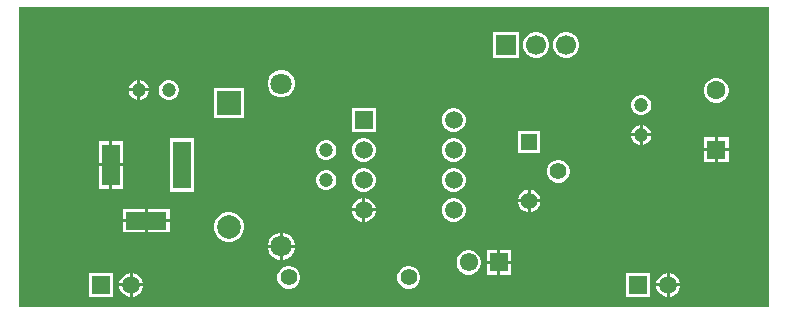
<source format=gbl>
G04*
G04 #@! TF.GenerationSoftware,Altium Limited,Altium Designer,21.7.2 (23)*
G04*
G04 Layer_Physical_Order=2*
G04 Layer_Color=16711680*
%FSLAX25Y25*%
%MOIN*%
G70*
G04*
G04 #@! TF.SameCoordinates,180E5C44-9E76-4653-9B57-8D6C411527BD*
G04*
G04*
G04 #@! TF.FilePolarity,Positive*
G04*
G01*
G75*
%ADD31C,0.05512*%
%ADD32R,0.05512X0.05512*%
%ADD34C,0.04724*%
%ADD35C,0.07874*%
%ADD36R,0.07874X0.07874*%
%ADD37R,0.05906X0.05906*%
%ADD38C,0.05906*%
%ADD39C,0.07087*%
%ADD40C,0.06693*%
%ADD41R,0.06693X0.06693*%
%ADD42C,0.06102*%
%ADD43R,0.06102X0.06102*%
%ADD44R,0.06299X0.06299*%
%ADD45C,0.06299*%
%ADD46R,0.13780X0.05906*%
%ADD47R,0.05906X0.13780*%
%ADD48R,0.05906X0.15748*%
G36*
X250000Y0D02*
X0D01*
Y100000D01*
X250000D01*
Y0D01*
D02*
G37*
%LPC*%
G36*
X183072Y91847D02*
X181928D01*
X180822Y91550D01*
X179831Y90978D01*
X179022Y90169D01*
X178450Y89178D01*
X178154Y88072D01*
Y86928D01*
X178450Y85822D01*
X179022Y84831D01*
X179831Y84022D01*
X180822Y83450D01*
X181928Y83153D01*
X183072D01*
X184178Y83450D01*
X185169Y84022D01*
X185978Y84831D01*
X186550Y85822D01*
X186846Y86928D01*
Y88072D01*
X186550Y89178D01*
X185978Y90169D01*
X185169Y90978D01*
X184178Y91550D01*
X183072Y91847D01*
D02*
G37*
G36*
X173072D02*
X171928D01*
X170822Y91550D01*
X169831Y90978D01*
X169022Y90169D01*
X168450Y89178D01*
X168154Y88072D01*
Y86928D01*
X168450Y85822D01*
X169022Y84831D01*
X169831Y84022D01*
X170822Y83450D01*
X171928Y83153D01*
X173072D01*
X174178Y83450D01*
X175169Y84022D01*
X175978Y84831D01*
X176550Y85822D01*
X176847Y86928D01*
Y88072D01*
X176550Y89178D01*
X175978Y90169D01*
X175169Y90978D01*
X174178Y91550D01*
X173072Y91847D01*
D02*
G37*
G36*
X166847D02*
X158153D01*
Y83153D01*
X166847D01*
Y91847D01*
D02*
G37*
G36*
X40500Y75847D02*
Y73000D01*
X43347D01*
X43133Y73798D01*
X42690Y74564D01*
X42064Y75190D01*
X41298Y75633D01*
X40500Y75847D01*
D02*
G37*
G36*
X39500D02*
X38702Y75633D01*
X37936Y75190D01*
X37310Y74564D01*
X36867Y73798D01*
X36653Y73000D01*
X39500D01*
Y75847D01*
D02*
G37*
G36*
X88098Y79159D02*
X86902D01*
X85746Y78850D01*
X84710Y78252D01*
X83864Y77406D01*
X83266Y76370D01*
X82957Y75214D01*
Y74018D01*
X83266Y72862D01*
X83864Y71826D01*
X84710Y70981D01*
X85746Y70382D01*
X86902Y70073D01*
X88098D01*
X89254Y70382D01*
X90290Y70981D01*
X91136Y71826D01*
X91734Y72862D01*
X92043Y74018D01*
Y75214D01*
X91734Y76370D01*
X91136Y77406D01*
X90290Y78252D01*
X89254Y78850D01*
X88098Y79159D01*
D02*
G37*
G36*
X43347Y72000D02*
X40500D01*
Y69153D01*
X41298Y69367D01*
X42064Y69810D01*
X42690Y70436D01*
X43133Y71202D01*
X43347Y72000D01*
D02*
G37*
G36*
X39500D02*
X36653D01*
X36867Y71202D01*
X37310Y70436D01*
X37936Y69810D01*
X38702Y69367D01*
X39500Y69153D01*
Y72000D01*
D02*
G37*
G36*
X50443Y75862D02*
X49557D01*
X48702Y75633D01*
X47936Y75190D01*
X47310Y74564D01*
X46867Y73798D01*
X46638Y72943D01*
Y72057D01*
X46867Y71202D01*
X47310Y70436D01*
X47936Y69810D01*
X48702Y69367D01*
X49557Y69138D01*
X50443D01*
X51298Y69367D01*
X52064Y69810D01*
X52690Y70436D01*
X53133Y71202D01*
X53362Y72057D01*
Y72943D01*
X53133Y73798D01*
X52690Y74564D01*
X52064Y75190D01*
X51298Y75633D01*
X50443Y75862D01*
D02*
G37*
G36*
X233046Y76492D02*
X231954D01*
X230898Y76209D01*
X229952Y75663D01*
X229180Y74890D01*
X228633Y73944D01*
X228350Y72889D01*
Y71796D01*
X228633Y70741D01*
X229180Y69795D01*
X229952Y69022D01*
X230898Y68476D01*
X231954Y68193D01*
X233046D01*
X234102Y68476D01*
X235048Y69022D01*
X235821Y69795D01*
X236367Y70741D01*
X236650Y71796D01*
Y72889D01*
X236367Y73944D01*
X235821Y74890D01*
X235048Y75663D01*
X234102Y76209D01*
X233046Y76492D01*
D02*
G37*
G36*
X207943Y70862D02*
X207057D01*
X206202Y70633D01*
X205436Y70190D01*
X204810Y69564D01*
X204367Y68798D01*
X204138Y67943D01*
Y67057D01*
X204367Y66202D01*
X204810Y65436D01*
X205436Y64810D01*
X206202Y64367D01*
X207057Y64138D01*
X207943D01*
X208798Y64367D01*
X209564Y64810D01*
X210190Y65436D01*
X210633Y66202D01*
X210862Y67057D01*
Y67943D01*
X210633Y68798D01*
X210190Y69564D01*
X209564Y70190D01*
X208798Y70633D01*
X207943Y70862D01*
D02*
G37*
G36*
X74937Y73028D02*
X65063D01*
Y63153D01*
X74937D01*
Y73028D01*
D02*
G37*
G36*
X145520Y66453D02*
X144480D01*
X143474Y66183D01*
X142573Y65663D01*
X141837Y64927D01*
X141317Y64026D01*
X141047Y63020D01*
Y61980D01*
X141317Y60974D01*
X141837Y60073D01*
X142573Y59337D01*
X143474Y58817D01*
X144480Y58547D01*
X145520D01*
X146526Y58817D01*
X147427Y59337D01*
X148163Y60073D01*
X148683Y60974D01*
X148953Y61980D01*
Y63020D01*
X148683Y64026D01*
X148163Y64927D01*
X147427Y65663D01*
X146526Y66183D01*
X145520Y66453D01*
D02*
G37*
G36*
X118953D02*
X111047D01*
Y58547D01*
X118953D01*
Y66453D01*
D02*
G37*
G36*
X208000Y60847D02*
Y58000D01*
X210847D01*
X210633Y58798D01*
X210190Y59564D01*
X209564Y60190D01*
X208798Y60633D01*
X208000Y60847D01*
D02*
G37*
G36*
X207000D02*
X206202Y60633D01*
X205436Y60190D01*
X204810Y59564D01*
X204367Y58798D01*
X204153Y58000D01*
X207000D01*
Y60847D01*
D02*
G37*
G36*
X210847Y57000D02*
X208000D01*
Y54153D01*
X208798Y54367D01*
X209564Y54810D01*
X210190Y55436D01*
X210633Y56202D01*
X210847Y57000D01*
D02*
G37*
G36*
X207000D02*
X204153D01*
X204367Y56202D01*
X204810Y55436D01*
X205436Y54810D01*
X206202Y54367D01*
X207000Y54153D01*
Y57000D01*
D02*
G37*
G36*
X236650Y56807D02*
X233000D01*
Y53158D01*
X236650D01*
Y56807D01*
D02*
G37*
G36*
X232000D02*
X228350D01*
Y53158D01*
X232000D01*
Y56807D01*
D02*
G37*
G36*
X173913Y58972D02*
X166402D01*
Y51461D01*
X173913D01*
Y58972D01*
D02*
G37*
G36*
X102943Y55862D02*
X102057D01*
X101202Y55633D01*
X100436Y55190D01*
X99810Y54564D01*
X99367Y53798D01*
X99138Y52943D01*
Y52057D01*
X99367Y51202D01*
X99810Y50436D01*
X100436Y49810D01*
X101202Y49367D01*
X102057Y49138D01*
X102943D01*
X103798Y49367D01*
X104564Y49810D01*
X105190Y50436D01*
X105633Y51202D01*
X105862Y52057D01*
Y52943D01*
X105633Y53798D01*
X105190Y54564D01*
X104564Y55190D01*
X103798Y55633D01*
X102943Y55862D01*
D02*
G37*
G36*
X145520Y56453D02*
X144480D01*
X143474Y56183D01*
X142573Y55663D01*
X141837Y54927D01*
X141317Y54026D01*
X141047Y53020D01*
Y51980D01*
X141317Y50974D01*
X141837Y50073D01*
X142573Y49337D01*
X143474Y48817D01*
X144480Y48547D01*
X145520D01*
X146526Y48817D01*
X147427Y49337D01*
X148163Y50073D01*
X148683Y50974D01*
X148953Y51980D01*
Y53020D01*
X148683Y54026D01*
X148163Y54927D01*
X147427Y55663D01*
X146526Y56183D01*
X145520Y56453D01*
D02*
G37*
G36*
X115520D02*
X114480D01*
X113474Y56183D01*
X112573Y55663D01*
X111837Y54927D01*
X111317Y54026D01*
X111047Y53020D01*
Y51980D01*
X111317Y50974D01*
X111837Y50073D01*
X112573Y49337D01*
X113474Y48817D01*
X114480Y48547D01*
X115520D01*
X116526Y48817D01*
X117427Y49337D01*
X118163Y50073D01*
X118683Y50974D01*
X118953Y51980D01*
Y53020D01*
X118683Y54026D01*
X118163Y54927D01*
X117427Y55663D01*
X116526Y56183D01*
X115520Y56453D01*
D02*
G37*
G36*
X236650Y52157D02*
X233000D01*
Y48508D01*
X236650D01*
Y52157D01*
D02*
G37*
G36*
X232000D02*
X228350D01*
Y48508D01*
X232000D01*
Y52157D01*
D02*
G37*
G36*
X34642Y55390D02*
X31189D01*
Y48000D01*
X34642D01*
Y55390D01*
D02*
G37*
G36*
X30189D02*
X26736D01*
Y48000D01*
X30189D01*
Y55390D01*
D02*
G37*
G36*
X180337Y49130D02*
X179348D01*
X178393Y48874D01*
X177536Y48379D01*
X176837Y47680D01*
X176343Y46824D01*
X176087Y45869D01*
Y44880D01*
X176343Y43924D01*
X176837Y43068D01*
X177536Y42369D01*
X178393Y41874D01*
X179348Y41618D01*
X180337D01*
X181292Y41874D01*
X182149Y42369D01*
X182848Y43068D01*
X183343Y43924D01*
X183598Y44880D01*
Y45869D01*
X183343Y46824D01*
X182848Y47680D01*
X182149Y48379D01*
X181292Y48874D01*
X180337Y49130D01*
D02*
G37*
G36*
X34642Y47000D02*
X31189D01*
Y39610D01*
X34642D01*
Y47000D01*
D02*
G37*
G36*
X30189D02*
X26736D01*
Y39610D01*
X30189D01*
Y47000D01*
D02*
G37*
G36*
X102943Y45862D02*
X102057D01*
X101202Y45633D01*
X100436Y45190D01*
X99810Y44564D01*
X99367Y43798D01*
X99138Y42943D01*
Y42057D01*
X99367Y41202D01*
X99810Y40436D01*
X100436Y39810D01*
X101202Y39367D01*
X102057Y39138D01*
X102943D01*
X103798Y39367D01*
X104564Y39810D01*
X105190Y40436D01*
X105633Y41202D01*
X105862Y42057D01*
Y42943D01*
X105633Y43798D01*
X105190Y44564D01*
X104564Y45190D01*
X103798Y45633D01*
X102943Y45862D01*
D02*
G37*
G36*
X58264Y56374D02*
X50358D01*
Y38626D01*
X58264D01*
Y56374D01*
D02*
G37*
G36*
X145520Y46453D02*
X144480D01*
X143474Y46183D01*
X142573Y45663D01*
X141837Y44927D01*
X141317Y44026D01*
X141047Y43020D01*
Y41980D01*
X141317Y40974D01*
X141837Y40073D01*
X142573Y39337D01*
X143474Y38817D01*
X144480Y38547D01*
X145520D01*
X146526Y38817D01*
X147427Y39337D01*
X148163Y40073D01*
X148683Y40974D01*
X148953Y41980D01*
Y43020D01*
X148683Y44026D01*
X148163Y44927D01*
X147427Y45663D01*
X146526Y46183D01*
X145520Y46453D01*
D02*
G37*
G36*
X115520D02*
X114480D01*
X113474Y46183D01*
X112573Y45663D01*
X111837Y44927D01*
X111317Y44026D01*
X111047Y43020D01*
Y41980D01*
X111317Y40974D01*
X111837Y40073D01*
X112573Y39337D01*
X113474Y38817D01*
X114480Y38547D01*
X115520D01*
X116526Y38817D01*
X117427Y39337D01*
X118163Y40073D01*
X118683Y40974D01*
X118953Y41980D01*
Y43020D01*
X118683Y44026D01*
X118163Y44927D01*
X117427Y45663D01*
X116526Y46183D01*
X115520Y46453D01*
D02*
G37*
G36*
X170658Y39286D02*
Y36031D01*
X173912D01*
X173657Y36981D01*
X173163Y37838D01*
X172464Y38537D01*
X171607Y39031D01*
X170658Y39286D01*
D02*
G37*
G36*
X169658D02*
X168708Y39031D01*
X167851Y38537D01*
X167152Y37838D01*
X166657Y36981D01*
X166403Y36031D01*
X169658D01*
Y39286D01*
D02*
G37*
G36*
X115520Y36453D02*
X115500D01*
Y33000D01*
X118953D01*
Y33020D01*
X118683Y34026D01*
X118163Y34927D01*
X117427Y35663D01*
X116526Y36183D01*
X115520Y36453D01*
D02*
G37*
G36*
X114500D02*
X114480D01*
X113474Y36183D01*
X112573Y35663D01*
X111837Y34927D01*
X111317Y34026D01*
X111047Y33020D01*
Y33000D01*
X114500D01*
Y36453D01*
D02*
G37*
G36*
X173912Y35032D02*
X170658D01*
Y31777D01*
X171607Y32032D01*
X172464Y32526D01*
X173163Y33225D01*
X173657Y34082D01*
X173912Y35032D01*
D02*
G37*
G36*
X169658D02*
X166403D01*
X166657Y34082D01*
X167152Y33225D01*
X167851Y32526D01*
X168708Y32032D01*
X169658Y31777D01*
Y35032D01*
D02*
G37*
G36*
X50390Y32949D02*
X43000D01*
Y29496D01*
X50390D01*
Y32949D01*
D02*
G37*
G36*
X42000D02*
X34610D01*
Y29496D01*
X42000D01*
Y32949D01*
D02*
G37*
G36*
X145520Y36453D02*
X144480D01*
X143474Y36183D01*
X142573Y35663D01*
X141837Y34927D01*
X141317Y34026D01*
X141047Y33020D01*
Y31980D01*
X141317Y30974D01*
X141837Y30073D01*
X142573Y29337D01*
X143474Y28817D01*
X144480Y28547D01*
X145520D01*
X146526Y28817D01*
X147427Y29337D01*
X148163Y30073D01*
X148683Y30974D01*
X148953Y31980D01*
Y33020D01*
X148683Y34026D01*
X148163Y34927D01*
X147427Y35663D01*
X146526Y36183D01*
X145520Y36453D01*
D02*
G37*
G36*
X118953Y32000D02*
X115500D01*
Y28547D01*
X115520D01*
X116526Y28817D01*
X117427Y29337D01*
X118163Y30073D01*
X118683Y30974D01*
X118953Y31980D01*
Y32000D01*
D02*
G37*
G36*
X114500D02*
X111047D01*
Y31980D01*
X111317Y30974D01*
X111837Y30073D01*
X112573Y29337D01*
X113474Y28817D01*
X114480Y28547D01*
X114500D01*
Y32000D01*
D02*
G37*
G36*
X50390Y28496D02*
X43000D01*
Y25043D01*
X50390D01*
Y28496D01*
D02*
G37*
G36*
X42000D02*
X34610D01*
Y25043D01*
X42000D01*
Y28496D01*
D02*
G37*
G36*
X70650Y31846D02*
X69350D01*
X68094Y31510D01*
X66969Y30860D01*
X66049Y29941D01*
X65399Y28815D01*
X65063Y27559D01*
Y26259D01*
X65399Y25004D01*
X66049Y23878D01*
X66969Y22959D01*
X68094Y22309D01*
X69350Y21972D01*
X70650D01*
X71906Y22309D01*
X73031Y22959D01*
X73951Y23878D01*
X74601Y25004D01*
X74937Y26259D01*
Y27559D01*
X74601Y28815D01*
X73951Y29941D01*
X73031Y30860D01*
X71906Y31510D01*
X70650Y31846D01*
D02*
G37*
G36*
X88098Y24927D02*
X88000D01*
Y20884D01*
X92043D01*
Y20982D01*
X91734Y22138D01*
X91136Y23174D01*
X90290Y24019D01*
X89254Y24618D01*
X88098Y24927D01*
D02*
G37*
G36*
X87000D02*
X86902D01*
X85746Y24618D01*
X84710Y24019D01*
X83864Y23174D01*
X83266Y22138D01*
X82957Y20982D01*
Y20884D01*
X87000D01*
Y24927D01*
D02*
G37*
G36*
X92043Y19884D02*
X88000D01*
Y15841D01*
X88098D01*
X89254Y16150D01*
X90290Y16748D01*
X91136Y17594D01*
X91734Y18630D01*
X92043Y19786D01*
Y19884D01*
D02*
G37*
G36*
X87000D02*
X82957D01*
Y19786D01*
X83266Y18630D01*
X83864Y17594D01*
X84710Y16748D01*
X85746Y16150D01*
X86902Y15841D01*
X87000D01*
Y19884D01*
D02*
G37*
G36*
X164051Y19051D02*
X160500D01*
Y15500D01*
X164051D01*
Y19051D01*
D02*
G37*
G36*
X159500D02*
X155949D01*
Y15500D01*
X159500D01*
Y19051D01*
D02*
G37*
G36*
X164051Y14500D02*
X160500D01*
Y10949D01*
X164051D01*
Y14500D01*
D02*
G37*
G36*
X159500D02*
X155949D01*
Y10949D01*
X159500D01*
Y14500D01*
D02*
G37*
G36*
X150533Y19051D02*
X149467D01*
X148436Y18775D01*
X147512Y18242D01*
X146758Y17488D01*
X146225Y16564D01*
X145949Y15533D01*
Y14467D01*
X146225Y13436D01*
X146758Y12513D01*
X147512Y11758D01*
X148436Y11225D01*
X149467Y10949D01*
X150533D01*
X151564Y11225D01*
X152488Y11758D01*
X153242Y12513D01*
X153775Y13436D01*
X154051Y14467D01*
Y15533D01*
X153775Y16564D01*
X153242Y17488D01*
X152488Y18242D01*
X151564Y18775D01*
X150533Y19051D01*
D02*
G37*
G36*
X217020Y11453D02*
X217000D01*
Y8000D01*
X220453D01*
Y8020D01*
X220183Y9026D01*
X219663Y9927D01*
X218927Y10663D01*
X218026Y11183D01*
X217020Y11453D01*
D02*
G37*
G36*
X216000D02*
X215980D01*
X214974Y11183D01*
X214073Y10663D01*
X213337Y9927D01*
X212817Y9026D01*
X212547Y8020D01*
Y8000D01*
X216000D01*
Y11453D01*
D02*
G37*
G36*
X38020D02*
X38000D01*
Y8000D01*
X41453D01*
Y8020D01*
X41183Y9026D01*
X40663Y9927D01*
X39927Y10663D01*
X39026Y11183D01*
X38020Y11453D01*
D02*
G37*
G36*
X37000D02*
X36980D01*
X35974Y11183D01*
X35073Y10663D01*
X34337Y9927D01*
X33817Y9026D01*
X33547Y8020D01*
Y8000D01*
X37000D01*
Y11453D01*
D02*
G37*
G36*
X130494Y13756D02*
X129506D01*
X128550Y13500D01*
X127694Y13005D01*
X126995Y12306D01*
X126500Y11450D01*
X126244Y10494D01*
Y9505D01*
X126500Y8550D01*
X126995Y7694D01*
X127694Y6995D01*
X128550Y6500D01*
X129506Y6244D01*
X130494D01*
X131450Y6500D01*
X132306Y6995D01*
X133005Y7694D01*
X133500Y8550D01*
X133756Y9505D01*
Y10494D01*
X133500Y11450D01*
X133005Y12306D01*
X132306Y13005D01*
X131450Y13500D01*
X130494Y13756D01*
D02*
G37*
G36*
X90495D02*
X89505D01*
X88550Y13500D01*
X87694Y13005D01*
X86994Y12306D01*
X86500Y11450D01*
X86244Y10494D01*
Y9505D01*
X86500Y8550D01*
X86994Y7694D01*
X87694Y6995D01*
X88550Y6500D01*
X89505Y6244D01*
X90495D01*
X91450Y6500D01*
X92306Y6995D01*
X93006Y7694D01*
X93500Y8550D01*
X93756Y9505D01*
Y10494D01*
X93500Y11450D01*
X93006Y12306D01*
X92306Y13005D01*
X91450Y13500D01*
X90495Y13756D01*
D02*
G37*
G36*
X220453Y7000D02*
X217000D01*
Y3547D01*
X217020D01*
X218026Y3817D01*
X218927Y4337D01*
X219663Y5073D01*
X220183Y5974D01*
X220453Y6980D01*
Y7000D01*
D02*
G37*
G36*
X216000D02*
X212547D01*
Y6980D01*
X212817Y5974D01*
X213337Y5073D01*
X214073Y4337D01*
X214974Y3817D01*
X215980Y3547D01*
X216000D01*
Y7000D01*
D02*
G37*
G36*
X210453Y11453D02*
X202547D01*
Y3547D01*
X210453D01*
Y11453D01*
D02*
G37*
G36*
X41453Y7000D02*
X38000D01*
Y3547D01*
X38020D01*
X39026Y3817D01*
X39927Y4337D01*
X40663Y5073D01*
X41183Y5974D01*
X41453Y6980D01*
Y7000D01*
D02*
G37*
G36*
X37000D02*
X33547D01*
Y6980D01*
X33817Y5974D01*
X34337Y5073D01*
X35073Y4337D01*
X35974Y3817D01*
X36980Y3547D01*
X37000D01*
Y7000D01*
D02*
G37*
G36*
X31453Y11453D02*
X23547D01*
Y3547D01*
X31453D01*
Y11453D01*
D02*
G37*
%LPD*%
D31*
X130000Y10000D02*
D03*
X90000D02*
D03*
X179842Y45374D02*
D03*
X170158Y35531D02*
D03*
D32*
Y55216D02*
D03*
D34*
X40000Y72500D02*
D03*
X50000D02*
D03*
X102500Y52500D02*
D03*
Y42500D02*
D03*
X207500Y67500D02*
D03*
Y57500D02*
D03*
D35*
X70000Y26909D02*
D03*
D36*
Y68090D02*
D03*
D37*
X27500Y7500D02*
D03*
X206500D02*
D03*
X115000Y62500D02*
D03*
D38*
X37500Y7500D02*
D03*
X216500D02*
D03*
X115000Y52500D02*
D03*
Y42500D02*
D03*
Y32500D02*
D03*
X145000Y62500D02*
D03*
Y52500D02*
D03*
Y42500D02*
D03*
Y32500D02*
D03*
D39*
X87500Y74616D02*
D03*
Y20384D02*
D03*
D40*
X182500Y87500D02*
D03*
X172500D02*
D03*
D41*
X162500D02*
D03*
D42*
X150000Y15000D02*
D03*
D43*
X160000D02*
D03*
D44*
X232500Y52658D02*
D03*
D45*
Y72342D02*
D03*
D46*
X42500Y28996D02*
D03*
D47*
X30689Y47500D02*
D03*
D48*
X54311D02*
D03*
M02*

</source>
